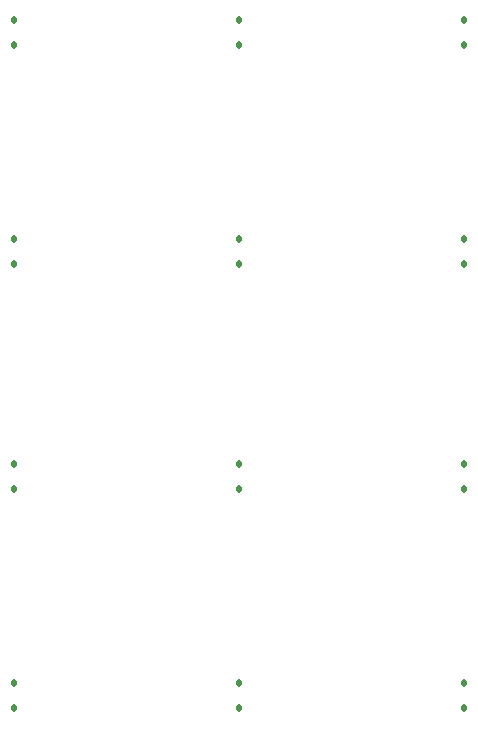
<source format=gbr>
%TF.GenerationSoftware,KiCad,Pcbnew,7.0.6-7.0.6~ubuntu20.04.1*%
%TF.CreationDate,2023-09-11T17:25:35+08:00*%
%TF.ProjectId,pro72,70726f37-322e-46b6-9963-61645f706362,rev?*%
%TF.SameCoordinates,Original*%
%TF.FileFunction,Paste,Bot*%
%TF.FilePolarity,Positive*%
%FSLAX46Y46*%
G04 Gerber Fmt 4.6, Leading zero omitted, Abs format (unit mm)*
G04 Created by KiCad (PCBNEW 7.0.6-7.0.6~ubuntu20.04.1) date 2023-09-11 17:25:35*
%MOMM*%
%LPD*%
G01*
G04 APERTURE LIST*
G04 Aperture macros list*
%AMRoundRect*
0 Rectangle with rounded corners*
0 $1 Rounding radius*
0 $2 $3 $4 $5 $6 $7 $8 $9 X,Y pos of 4 corners*
0 Add a 4 corners polygon primitive as box body*
4,1,4,$2,$3,$4,$5,$6,$7,$8,$9,$2,$3,0*
0 Add four circle primitives for the rounded corners*
1,1,$1+$1,$2,$3*
1,1,$1+$1,$4,$5*
1,1,$1+$1,$6,$7*
1,1,$1+$1,$8,$9*
0 Add four rect primitives between the rounded corners*
20,1,$1+$1,$2,$3,$4,$5,0*
20,1,$1+$1,$4,$5,$6,$7,0*
20,1,$1+$1,$6,$7,$8,$9,0*
20,1,$1+$1,$8,$9,$2,$3,0*%
G04 Aperture macros list end*
%ADD10RoundRect,0.112500X0.112500X-0.187500X0.112500X0.187500X-0.112500X0.187500X-0.112500X-0.187500X0*%
G04 APERTURE END LIST*
D10*
%TO.C,D1*%
X134493000Y-49945000D03*
X134493000Y-47845000D03*
%TD*%
%TO.C,D8*%
X153543000Y-87537000D03*
X153543000Y-85437000D03*
%TD*%
%TO.C,D4*%
X134493000Y-68487000D03*
X134493000Y-66387000D03*
%TD*%
%TO.C,D12*%
X172593000Y-106079000D03*
X172593000Y-103979000D03*
%TD*%
%TO.C,D5*%
X153543000Y-68487000D03*
X153543000Y-66387000D03*
%TD*%
%TO.C,D11*%
X153543000Y-106079000D03*
X153543000Y-103979000D03*
%TD*%
%TO.C,D6*%
X172593000Y-68487000D03*
X172593000Y-66387000D03*
%TD*%
%TO.C,D7*%
X134493000Y-87537000D03*
X134493000Y-85437000D03*
%TD*%
%TO.C,D9*%
X172593000Y-87537000D03*
X172593000Y-85437000D03*
%TD*%
%TO.C,D3*%
X172593000Y-49945000D03*
X172593000Y-47845000D03*
%TD*%
%TO.C,D2*%
X153543000Y-49945000D03*
X153543000Y-47845000D03*
%TD*%
%TO.C,D10*%
X134493000Y-106079000D03*
X134493000Y-103979000D03*
%TD*%
M02*

</source>
